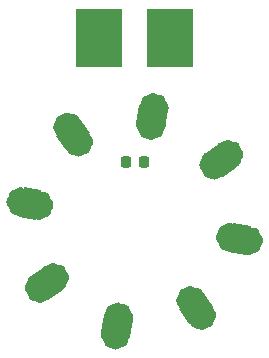
<source format=gbr>
%TF.GenerationSoftware,KiCad,Pcbnew,7.0.10*%
%TF.CreationDate,2024-04-17T21:09:22+12:00*%
%TF.ProjectId,MOTOR_TERMINAL_BREAKOUT_25mm,4d4f544f-525f-4544-9552-4d494e414c5f,v1.2*%
%TF.SameCoordinates,Original*%
%TF.FileFunction,Soldermask,Top*%
%TF.FilePolarity,Negative*%
%FSLAX46Y46*%
G04 Gerber Fmt 4.6, Leading zero omitted, Abs format (unit mm)*
G04 Created by KiCad (PCBNEW 7.0.10) date 2024-04-17 21:09:22*
%MOMM*%
%LPD*%
G01*
G04 APERTURE LIST*
G04 Aperture macros list*
%AMRoundRect*
0 Rectangle with rounded corners*
0 $1 Rounding radius*
0 $2 $3 $4 $5 $6 $7 $8 $9 X,Y pos of 4 corners*
0 Add a 4 corners polygon primitive as box body*
4,1,4,$2,$3,$4,$5,$6,$7,$8,$9,$2,$3,0*
0 Add four circle primitives for the rounded corners*
1,1,$1+$1,$2,$3*
1,1,$1+$1,$4,$5*
1,1,$1+$1,$6,$7*
1,1,$1+$1,$8,$9*
0 Add four rect primitives between the rounded corners*
20,1,$1+$1,$2,$3,$4,$5,0*
20,1,$1+$1,$4,$5,$6,$7,0*
20,1,$1+$1,$6,$7,$8,$9,0*
20,1,$1+$1,$8,$9,$2,$3,0*%
%AMHorizOval*
0 Thick line with rounded ends*
0 $1 width*
0 $2 $3 position (X,Y) of the first rounded end (center of the circle)*
0 $4 $5 position (X,Y) of the second rounded end (center of the circle)*
0 Add line between two ends*
20,1,$1,$2,$3,$4,$5,0*
0 Add two circle primitives to create the rounded ends*
1,1,$1,$2,$3*
1,1,$1,$4,$5*%
G04 Aperture macros list end*
%ADD10C,1.249999*%
%ADD11C,1.250000*%
%ADD12RoundRect,0.225000X-0.225000X-0.250000X0.225000X-0.250000X0.225000X0.250000X-0.225000X0.250000X0*%
%ADD13R,4.000000X5.000000*%
%ADD14HorizOval,1.500000X0.611573X0.434141X-0.611573X-0.434141X0*%
%ADD15HorizOval,1.500000X-0.434141X0.611573X0.434141X-0.611573X0*%
%ADD16HorizOval,1.500000X-0.739497X0.125077X0.739497X-0.125077X0*%
%ADD17HorizOval,1.500000X0.125077X0.739497X-0.125077X-0.739497X0*%
G04 APERTURE END LIST*
%TO.C,M6*%
G36*
X226004859Y-144204852D02*
G01*
X227228005Y-143336571D01*
X228675141Y-145375148D01*
X227451995Y-146243429D01*
X226004859Y-144204852D01*
G37*
D10*
X227353426Y-145224141D02*
G75*
G03*
X226103428Y-145224141I-624999J0D01*
G01*
X226103428Y-145224141D02*
G75*
G03*
X227353426Y-145224141I624999J0D01*
G01*
D11*
X228576573Y-144355859D02*
G75*
G03*
X227326573Y-144355859I-625000J0D01*
G01*
X227326573Y-144355859D02*
G75*
G03*
X228576573Y-144355859I625000J0D01*
G01*
%TO.C,M3*%
G36*
X214204852Y-143995141D02*
G01*
X213336571Y-142771995D01*
X215375148Y-141324859D01*
X216243429Y-142548005D01*
X214204852Y-143995141D01*
G37*
D10*
X215849140Y-143271573D02*
G75*
G03*
X214599142Y-143271573I-624999J0D01*
G01*
X214599142Y-143271573D02*
G75*
G03*
X215849140Y-143271573I624999J0D01*
G01*
D11*
X214980859Y-142048427D02*
G75*
G03*
X213730859Y-142048427I-625000J0D01*
G01*
X213730859Y-142048427D02*
G75*
G03*
X214980859Y-142048427I625000J0D01*
G01*
%TO.C,M2*%
G36*
X211661036Y-149857572D02*
G01*
X210182042Y-149607418D01*
X210598964Y-147142428D01*
X212077958Y-147392582D01*
X211661036Y-149857572D01*
G37*
X212494497Y-148625077D02*
G75*
G03*
X211244497Y-148625077I-625000J0D01*
G01*
X211244497Y-148625077D02*
G75*
G03*
X212494497Y-148625077I625000J0D01*
G01*
X211015503Y-148374923D02*
G75*
G03*
X209765503Y-148374923I-625000J0D01*
G01*
X209765503Y-148374923D02*
G75*
G03*
X211015503Y-148374923I625000J0D01*
G01*
%TO.C,M4*%
G36*
X211234859Y-154624852D02*
G01*
X212458005Y-153756571D01*
X213905141Y-155795148D01*
X212681995Y-156663429D01*
X211234859Y-154624852D01*
G37*
D10*
X212583426Y-155644141D02*
G75*
G03*
X211333428Y-155644141I-624999J0D01*
G01*
X211333428Y-155644141D02*
G75*
G03*
X212583426Y-155644141I624999J0D01*
G01*
D11*
X213806573Y-154775859D02*
G75*
G03*
X212556573Y-154775859I-625000J0D01*
G01*
X212556573Y-154775859D02*
G75*
G03*
X213806573Y-154775859I625000J0D01*
G01*
%TO.C,M5*%
G36*
X224624852Y-158675141D02*
G01*
X223756571Y-157451995D01*
X225795148Y-156004859D01*
X226663429Y-157228005D01*
X224624852Y-158675141D01*
G37*
D10*
X226269140Y-157951573D02*
G75*
G03*
X225019142Y-157951573I-624999J0D01*
G01*
X225019142Y-157951573D02*
G75*
G03*
X226269140Y-157951573I624999J0D01*
G01*
D11*
X225400859Y-156728427D02*
G75*
G03*
X224150859Y-156728427I-625000J0D01*
G01*
X224150859Y-156728427D02*
G75*
G03*
X225400859Y-156728427I625000J0D01*
G01*
%TO.C,M1*%
G36*
X220142428Y-141661036D02*
G01*
X220392582Y-140182042D01*
X222857572Y-140598964D01*
X222607418Y-142077958D01*
X220142428Y-141661036D01*
G37*
X221999923Y-141869497D02*
G75*
G03*
X220749923Y-141869497I-625000J0D01*
G01*
X220749923Y-141869497D02*
G75*
G03*
X221999923Y-141869497I625000J0D01*
G01*
X222250077Y-140390503D02*
G75*
G03*
X221000077Y-140390503I-625000J0D01*
G01*
X221000077Y-140390503D02*
G75*
G03*
X222250077Y-140390503I625000J0D01*
G01*
%TO.C,M7*%
G36*
X217142428Y-159401036D02*
G01*
X217392582Y-157922042D01*
X219857572Y-158338964D01*
X219607418Y-159817958D01*
X217142428Y-159401036D01*
G37*
X218999923Y-159609497D02*
G75*
G03*
X217749923Y-159609497I-625000J0D01*
G01*
X217749923Y-159609497D02*
G75*
G03*
X218999923Y-159609497I625000J0D01*
G01*
X219250077Y-158130503D02*
G75*
G03*
X218000077Y-158130503I-625000J0D01*
G01*
X218000077Y-158130503D02*
G75*
G03*
X219250077Y-158130503I625000J0D01*
G01*
%TO.C,M8*%
G36*
X229401036Y-152857572D02*
G01*
X227922042Y-152607418D01*
X228338964Y-150142428D01*
X229817958Y-150392582D01*
X229401036Y-152857572D01*
G37*
X230234497Y-151625077D02*
G75*
G03*
X228984497Y-151625077I-625000J0D01*
G01*
X228984497Y-151625077D02*
G75*
G03*
X230234497Y-151625077I625000J0D01*
G01*
X228755503Y-151374923D02*
G75*
G03*
X227505503Y-151374923I-625000J0D01*
G01*
X227505503Y-151374923D02*
G75*
G03*
X228755503Y-151374923I625000J0D01*
G01*
%TD*%
D12*
%TO.C,C2*%
X219225000Y-145000000D03*
X220775000Y-145000000D03*
%TD*%
D13*
%TO.C,N2*%
X223000000Y-134500000D03*
%TD*%
D14*
%TO.C,M6*%
X227340000Y-144790000D03*
%TD*%
D13*
%TO.C,N1*%
X217000000Y-134500000D03*
%TD*%
D15*
%TO.C,M3*%
X214790000Y-142660000D03*
%TD*%
D16*
%TO.C,M2*%
X211130000Y-148500000D03*
%TD*%
D14*
%TO.C,M4*%
X212570000Y-155210000D03*
%TD*%
D15*
%TO.C,M5*%
X225210000Y-157340000D03*
%TD*%
D17*
%TO.C,M1*%
X221500000Y-141130000D03*
%TD*%
%TO.C,M7*%
X218500000Y-158870000D03*
%TD*%
D16*
%TO.C,M8*%
X228870000Y-151500000D03*
%TD*%
M02*

</source>
